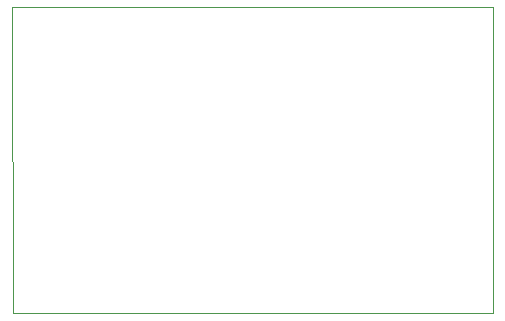
<source format=gbr>
G04 #@! TF.GenerationSoftware,KiCad,Pcbnew,(5.1.12-1-10_14)*
G04 #@! TF.CreationDate,2021-11-28T09:31:38-08:00*
G04 #@! TF.ProjectId,24h-timer-switch,3234682d-7469-46d6-9572-2d7377697463,1*
G04 #@! TF.SameCoordinates,Original*
G04 #@! TF.FileFunction,Profile,NP*
%FSLAX46Y46*%
G04 Gerber Fmt 4.6, Leading zero omitted, Abs format (unit mm)*
G04 Created by KiCad (PCBNEW (5.1.12-1-10_14)) date 2021-11-28 09:31:38*
%MOMM*%
%LPD*%
G01*
G04 APERTURE LIST*
G04 #@! TA.AperFunction,Profile*
%ADD10C,0.038100*%
G04 #@! TD*
G04 APERTURE END LIST*
D10*
X115570000Y-95250000D02*
X115544600Y-69367400D01*
X156251400Y-95250000D02*
X115570000Y-95250000D01*
X156251400Y-69367400D02*
X156251400Y-95250000D01*
X115544600Y-69367400D02*
X156251400Y-69367400D01*
M02*

</source>
